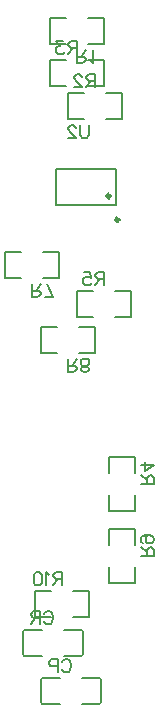
<source format=gbo>
G04 Layer: BottomSilkscreenLayer*
G04 EasyEDA v6.5.5, 2022-05-12 14:51:26*
G04 adf74ae4be104b6fa4aa75e98640d5de,defc1f93b7bc4f92b0c06f3051cee8fa,10*
G04 Gerber Generator version 0.2*
G04 Scale: 100 percent, Rotated: No, Reflected: No *
G04 Dimensions in millimeters *
G04 leading zeros omitted , absolute positions ,4 integer and 5 decimal *
%FSLAX45Y45*%
%MOMM*%

%ADD24C,0.1524*%
%ADD26C,0.3000*%

%LPD*%
D24*
X-52578Y-1967989D02*
G01*
X-47244Y-1957575D01*
X-36829Y-1947161D01*
X-26670Y-1942081D01*
X-5842Y-1942081D01*
X4571Y-1947161D01*
X14986Y-1957575D01*
X20320Y-1967989D01*
X25400Y-1983737D01*
X25400Y-2009645D01*
X20320Y-2025139D01*
X14986Y-2035553D01*
X4571Y-2045967D01*
X-5842Y-2051047D01*
X-26670Y-2051047D01*
X-36829Y-2045967D01*
X-47244Y-2035553D01*
X-52578Y-2025139D01*
X-86868Y-1942081D02*
G01*
X-86868Y-2051047D01*
X-86868Y-1942081D02*
G01*
X-133604Y-1942081D01*
X-149097Y-1947161D01*
X-154431Y-1952495D01*
X-159512Y-1962909D01*
X-159512Y-1978403D01*
X-154431Y-1988817D01*
X-149097Y-1993897D01*
X-133604Y-1999231D01*
X-86868Y-1999231D01*
X-204978Y-1561589D02*
G01*
X-199644Y-1551175D01*
X-189229Y-1540761D01*
X-179070Y-1535681D01*
X-158242Y-1535681D01*
X-147828Y-1540761D01*
X-137413Y-1551175D01*
X-132079Y-1561589D01*
X-127000Y-1577337D01*
X-127000Y-1603245D01*
X-132079Y-1618739D01*
X-137413Y-1629153D01*
X-147828Y-1639567D01*
X-158242Y-1644647D01*
X-179070Y-1644647D01*
X-189229Y-1639567D01*
X-199644Y-1629153D01*
X-204978Y-1618739D01*
X-239268Y-1535681D02*
G01*
X-239268Y-1644647D01*
X-239268Y-1535681D02*
G01*
X-286004Y-1535681D01*
X-301497Y-1540761D01*
X-306831Y-1546095D01*
X-311912Y-1556509D01*
X-311912Y-1566923D01*
X-306831Y-1577337D01*
X-301497Y-1582417D01*
X-286004Y-1587497D01*
X-239268Y-1587497D01*
X-275589Y-1587497D02*
G01*
X-311912Y-1644647D01*
X76200Y3110476D02*
G01*
X76200Y3219442D01*
X76200Y3110476D02*
G01*
X122936Y3110476D01*
X138429Y3115556D01*
X143763Y3120890D01*
X148844Y3131304D01*
X148844Y3141718D01*
X143763Y3152132D01*
X138429Y3157212D01*
X122936Y3162292D01*
X76200Y3162292D01*
X112521Y3162292D02*
G01*
X148844Y3219442D01*
X183134Y3131304D02*
G01*
X193547Y3125970D01*
X209295Y3110476D01*
X209295Y3219442D01*
X228600Y3010910D02*
G01*
X228600Y2901944D01*
X228600Y3010910D02*
G01*
X181863Y3010910D01*
X166370Y3005830D01*
X161036Y3000496D01*
X155955Y2990082D01*
X155955Y2979668D01*
X161036Y2969254D01*
X166370Y2964174D01*
X181863Y2959094D01*
X228600Y2959094D01*
X192278Y2959094D02*
G01*
X155955Y2901944D01*
X116331Y2985002D02*
G01*
X116331Y2990082D01*
X111252Y3000496D01*
X105918Y3005830D01*
X95504Y3010910D01*
X74929Y3010910D01*
X64515Y3005830D01*
X59181Y3000496D01*
X54102Y2990082D01*
X54102Y2979668D01*
X59181Y2969254D01*
X69595Y2953760D01*
X121665Y2901944D01*
X48768Y2901944D01*
X76200Y3290310D02*
G01*
X76200Y3181344D01*
X76200Y3290310D02*
G01*
X29463Y3290310D01*
X13970Y3285230D01*
X8636Y3279896D01*
X3555Y3269482D01*
X3555Y3259068D01*
X8636Y3248654D01*
X13970Y3243574D01*
X29463Y3238494D01*
X76200Y3238494D01*
X39878Y3238494D02*
G01*
X3555Y3181344D01*
X-41147Y3290310D02*
G01*
X-98297Y3290310D01*
X-67310Y3248654D01*
X-82804Y3248654D01*
X-93218Y3243574D01*
X-98297Y3238494D01*
X-103631Y3222746D01*
X-103631Y3212332D01*
X-98297Y3196838D01*
X-87884Y3186424D01*
X-72389Y3181344D01*
X-56895Y3181344D01*
X-41147Y3186424D01*
X-36068Y3191504D01*
X-30734Y3201918D01*
X724915Y-457200D02*
G01*
X615950Y-457200D01*
X724915Y-457200D02*
G01*
X724915Y-410463D01*
X719836Y-394970D01*
X714502Y-389636D01*
X704087Y-384555D01*
X693673Y-384555D01*
X683260Y-389636D01*
X678179Y-394970D01*
X673100Y-410463D01*
X673100Y-457200D01*
X673100Y-420878D02*
G01*
X615950Y-384555D01*
X724915Y-298195D02*
G01*
X652271Y-350265D01*
X652271Y-272287D01*
X724915Y-298195D02*
G01*
X615950Y-298195D01*
X304800Y1334513D02*
G01*
X304800Y1225547D01*
X304800Y1334513D02*
G01*
X258063Y1334513D01*
X242570Y1329433D01*
X237236Y1324099D01*
X232155Y1313685D01*
X232155Y1303271D01*
X237236Y1292857D01*
X242570Y1287777D01*
X258063Y1282697D01*
X304800Y1282697D01*
X268478Y1282697D02*
G01*
X232155Y1225547D01*
X135381Y1334513D02*
G01*
X187452Y1334513D01*
X192531Y1287777D01*
X187452Y1292857D01*
X171704Y1298191D01*
X156210Y1298191D01*
X140715Y1292857D01*
X130302Y1282697D01*
X124968Y1266949D01*
X124968Y1256535D01*
X130302Y1241041D01*
X140715Y1230627D01*
X156210Y1225547D01*
X171704Y1225547D01*
X187452Y1230627D01*
X192531Y1235707D01*
X197865Y1246121D01*
X-304800Y1129281D02*
G01*
X-304800Y1238247D01*
X-304800Y1129281D02*
G01*
X-258063Y1129281D01*
X-242570Y1134361D01*
X-237236Y1139695D01*
X-232155Y1150109D01*
X-232155Y1160523D01*
X-237236Y1170937D01*
X-242570Y1176017D01*
X-258063Y1181097D01*
X-304800Y1181097D01*
X-268478Y1181097D02*
G01*
X-232155Y1238247D01*
X-124968Y1129281D02*
G01*
X-177037Y1238247D01*
X-197865Y1129281D02*
G01*
X-124968Y1129281D01*
X0Y494281D02*
G01*
X0Y603247D01*
X0Y494281D02*
G01*
X46736Y494281D01*
X62229Y499361D01*
X67563Y504695D01*
X72644Y515109D01*
X72644Y525523D01*
X67563Y535937D01*
X62229Y541017D01*
X46736Y546097D01*
X0Y546097D01*
X36321Y546097D02*
G01*
X72644Y603247D01*
X133095Y494281D02*
G01*
X117347Y499361D01*
X112268Y509775D01*
X112268Y520189D01*
X117347Y530603D01*
X127762Y535937D01*
X148589Y541017D01*
X164084Y546097D01*
X174497Y556511D01*
X179831Y566925D01*
X179831Y582673D01*
X174497Y593087D01*
X169418Y598167D01*
X153670Y603247D01*
X133095Y603247D01*
X117347Y598167D01*
X112268Y593087D01*
X106934Y582673D01*
X106934Y566925D01*
X112268Y556511D01*
X122681Y546097D01*
X138176Y541017D01*
X159004Y535937D01*
X169418Y530603D01*
X174497Y520189D01*
X174497Y509775D01*
X169418Y499361D01*
X153670Y494281D01*
X133095Y494281D01*
X724915Y-1066797D02*
G01*
X615950Y-1066797D01*
X724915Y-1066797D02*
G01*
X724915Y-1020061D01*
X719836Y-1004567D01*
X714502Y-999233D01*
X704087Y-994153D01*
X693673Y-994153D01*
X683260Y-999233D01*
X678179Y-1004567D01*
X673100Y-1020061D01*
X673100Y-1066797D01*
X673100Y-1030475D02*
G01*
X615950Y-994153D01*
X688594Y-892299D02*
G01*
X673100Y-897379D01*
X662686Y-907793D01*
X657352Y-923287D01*
X657352Y-928621D01*
X662686Y-944115D01*
X673100Y-954529D01*
X688594Y-959863D01*
X693673Y-959863D01*
X709421Y-954529D01*
X719836Y-944115D01*
X724915Y-928621D01*
X724915Y-923287D01*
X719836Y-907793D01*
X709421Y-897379D01*
X688594Y-892299D01*
X662686Y-892299D01*
X636523Y-897379D01*
X621029Y-907793D01*
X615950Y-923287D01*
X615950Y-933701D01*
X621029Y-949449D01*
X631444Y-954529D01*
X-50800Y-1205481D02*
G01*
X-50800Y-1314447D01*
X-50800Y-1205481D02*
G01*
X-97536Y-1205481D01*
X-113029Y-1210561D01*
X-118363Y-1215895D01*
X-123444Y-1226309D01*
X-123444Y-1236723D01*
X-118363Y-1247137D01*
X-113029Y-1252217D01*
X-97536Y-1257297D01*
X-50800Y-1257297D01*
X-87121Y-1257297D02*
G01*
X-123444Y-1314447D01*
X-157734Y-1226309D02*
G01*
X-168147Y-1220975D01*
X-183895Y-1205481D01*
X-183895Y-1314447D01*
X-249173Y-1205481D02*
G01*
X-233679Y-1210561D01*
X-223265Y-1226309D01*
X-218186Y-1252217D01*
X-218186Y-1267711D01*
X-223265Y-1293873D01*
X-233679Y-1309367D01*
X-249173Y-1314447D01*
X-259587Y-1314447D01*
X-275336Y-1309367D01*
X-285750Y-1293873D01*
X-290829Y-1267711D01*
X-290829Y-1252217D01*
X-285750Y-1226309D01*
X-275336Y-1210561D01*
X-259587Y-1205481D01*
X-249173Y-1205481D01*
X177800Y2579110D02*
G01*
X177800Y2501132D01*
X172720Y2485638D01*
X162305Y2475224D01*
X146557Y2470144D01*
X136144Y2470144D01*
X120650Y2475224D01*
X110236Y2485638D01*
X105155Y2501132D01*
X105155Y2579110D01*
X65531Y2553202D02*
G01*
X65531Y2558282D01*
X60452Y2568696D01*
X55118Y2574030D01*
X44704Y2579110D01*
X24129Y2579110D01*
X13715Y2574030D01*
X8381Y2568696D01*
X3302Y2558282D01*
X3302Y2547868D01*
X8381Y2537454D01*
X18795Y2521960D01*
X70865Y2470144D01*
X-2031Y2470144D01*
X-215719Y-2100536D02*
G01*
X-67221Y-2100536D01*
X-67221Y-2319058D02*
G01*
X-215719Y-2319058D01*
X-230959Y-2303818D02*
G01*
X-230959Y-2115776D01*
X266519Y-2100536D02*
G01*
X118021Y-2100536D01*
X118021Y-2319058D02*
G01*
X266519Y-2319058D01*
X281759Y-2303818D02*
G01*
X281759Y-2115776D01*
X-368119Y-1694136D02*
G01*
X-219621Y-1694136D01*
X-219621Y-1912658D02*
G01*
X-368119Y-1912658D01*
X-383359Y-1897418D02*
G01*
X-383359Y-1709376D01*
X114119Y-1694136D02*
G01*
X-34378Y-1694136D01*
X-34378Y-1912658D02*
G01*
X114119Y-1912658D01*
X129359Y-1897418D02*
G01*
X129359Y-1709376D01*
X171320Y3486101D02*
G01*
X307312Y3486101D01*
X307312Y3270283D01*
X171320Y3270283D01*
X-18920Y3486101D02*
G01*
X-154912Y3486101D01*
X-154912Y3270283D01*
X-18920Y3270283D01*
X133479Y2635285D02*
G01*
X-2512Y2635285D01*
X-2512Y2851104D01*
X133479Y2851104D01*
X323720Y2635285D02*
G01*
X459712Y2635285D01*
X459712Y2851104D01*
X323720Y2851104D01*
X-18920Y2914685D02*
G01*
X-154912Y2914685D01*
X-154912Y3130504D01*
X-18920Y3130504D01*
X171320Y2914685D02*
G01*
X307312Y2914685D01*
X307312Y3130504D01*
X171320Y3130504D01*
X349290Y-362079D02*
G01*
X349290Y-226087D01*
X565109Y-226087D01*
X565109Y-362079D01*
X349290Y-552320D02*
G01*
X349290Y-688312D01*
X565109Y-688312D01*
X565109Y-552320D01*
X209679Y958888D02*
G01*
X73687Y958888D01*
X73687Y1174706D01*
X209679Y1174706D01*
X399920Y958888D02*
G01*
X535912Y958888D01*
X535912Y1174706D01*
X399920Y1174706D01*
X-209679Y1504906D02*
G01*
X-73687Y1504906D01*
X-73687Y1289088D01*
X-209679Y1289088D01*
X-399920Y1504906D02*
G01*
X-535912Y1504906D01*
X-535912Y1289088D01*
X-399920Y1289088D01*
X95120Y869906D02*
G01*
X231112Y869906D01*
X231112Y654088D01*
X95120Y654088D01*
X-95120Y869906D02*
G01*
X-231112Y869906D01*
X-231112Y654088D01*
X-95120Y654088D01*
X349290Y-971677D02*
G01*
X349290Y-835685D01*
X565109Y-835685D01*
X565109Y-971677D01*
X349290Y-1161917D02*
G01*
X349290Y-1297909D01*
X565109Y-1297909D01*
X565109Y-1161917D01*
X-145920Y-1581106D02*
G01*
X-281912Y-1581106D01*
X-281912Y-1365288D01*
X-145920Y-1365288D01*
X44320Y-1581106D02*
G01*
X180312Y-1581106D01*
X180312Y-1365288D01*
X44320Y-1365288D01*
X405020Y1905254D02*
G01*
X405020Y2209535D01*
X-100220Y2209535D01*
X-100220Y1905254D01*
X405020Y1905254D01*
G75*
G01*
X-215720Y-2319058D02*
G02*
X-230960Y-2303818I0J15240D01*
G75*
G01*
X-230960Y-2115777D02*
G02*
X-215720Y-2100537I15240J0D01*
G75*
G01*
X266520Y-2319058D02*
G03*
X281760Y-2303818I0J15240D01*
G75*
G01*
X281760Y-2115777D02*
G03*
X266520Y-2100537I-15240J0D01*
G75*
G01*
X-368120Y-1912658D02*
G02*
X-383360Y-1897418I0J15240D01*
G75*
G01*
X-383360Y-1709377D02*
G02*
X-368120Y-1694137I15240J0D01*
G75*
G01*
X114120Y-1912658D02*
G03*
X129360Y-1897418I0J15240D01*
G75*
G01*
X129360Y-1709377D02*
G03*
X114120Y-1694137I-15240J0D01*
D26*
G75*
G01
X357911Y1980489D02*
G03X357911Y1980489I-15011J0D01*
G75*
G01
X431851Y1780616D02*
G03X431851Y1780616I-15011J0D01*
M02*

</source>
